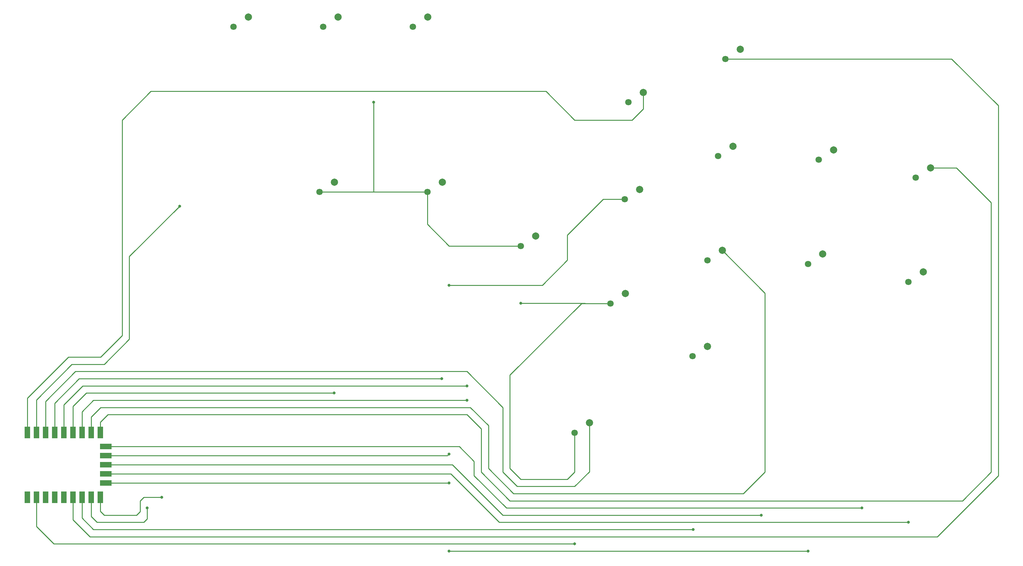
<source format=gbr>
%TF.GenerationSoftware,KiCad,Pcbnew,7.0.7*%
%TF.CreationDate,2023-09-16T00:44:09+09:00*%
%TF.ProjectId,StickLess,53746963-6b4c-4657-9373-2e6b69636164,rev?*%
%TF.SameCoordinates,Original*%
%TF.FileFunction,Copper,L1,Top*%
%TF.FilePolarity,Positive*%
%FSLAX46Y46*%
G04 Gerber Fmt 4.6, Leading zero omitted, Abs format (unit mm)*
G04 Created by KiCad (PCBNEW 7.0.7) date 2023-09-16 00:44:09*
%MOMM*%
%LPD*%
G01*
G04 APERTURE LIST*
%TA.AperFunction,SMDPad,CuDef*%
%ADD10R,1.600000X3.200000*%
%TD*%
%TA.AperFunction,SMDPad,CuDef*%
%ADD11R,3.200000X1.600000*%
%TD*%
%TA.AperFunction,ComponentPad*%
%ADD12C,1.800000*%
%TD*%
%TA.AperFunction,ComponentPad*%
%ADD13C,2.000000*%
%TD*%
%TA.AperFunction,ViaPad*%
%ADD14C,0.800000*%
%TD*%
%TA.AperFunction,Conductor*%
%ADD15C,0.250000*%
%TD*%
G04 APERTURE END LIST*
D10*
%TO.P,RZ1,1,GP0*%
%TO.N,Net-(RZ1-GP0)*%
X2565000Y-141000000D03*
%TO.P,RZ1,2,GP1*%
%TO.N,Net-(RZ1-GP1)*%
X5105000Y-141000000D03*
%TO.P,RZ1,3,GP2*%
%TO.N,Net-(RZ1-GP2)*%
X7645000Y-141000000D03*
%TO.P,RZ1,4,GP3*%
%TO.N,Net-(RZ1-GP3)*%
X10185000Y-141000000D03*
%TO.P,RZ1,5,GP4*%
%TO.N,Net-(RZ1-GP4)*%
X12725000Y-141000000D03*
%TO.P,RZ1,6,GP5*%
%TO.N,Net-(RZ1-GP5)*%
X15265000Y-141000000D03*
%TO.P,RZ1,7,GP6*%
%TO.N,Net-(RZ1-GP6)*%
X17805000Y-141000000D03*
%TO.P,RZ1,8,GP7*%
%TO.N,Net-(RZ1-GP7)*%
X20345000Y-141000000D03*
%TO.P,RZ1,9,GP8*%
%TO.N,Net-(RZ1-GP8)*%
X22885000Y-141000000D03*
D11*
%TO.P,RZ1,10,GP9*%
%TO.N,Net-(RZ1-GP9)*%
X24475000Y-144920000D03*
%TO.P,RZ1,11,GP10*%
%TO.N,Net-(RZ1-GP10)*%
X24475000Y-147460000D03*
%TO.P,RZ1,12,GP11*%
%TO.N,Net-(RZ1-GP11)*%
X24475000Y-150000000D03*
%TO.P,RZ1,13,GP12*%
%TO.N,Net-(RZ1-GP12)*%
X24475000Y-152540000D03*
%TO.P,RZ1,14,GP13*%
%TO.N,Net-(RZ1-GP13)*%
X24475000Y-155080000D03*
D10*
%TO.P,RZ1,15,GP14*%
%TO.N,Net-(RZ1-GP14)*%
X22885000Y-159000000D03*
%TO.P,RZ1,16,GP15*%
%TO.N,Net-(RZ1-GP15)*%
X20345000Y-159000000D03*
%TO.P,RZ1,17,GP26*%
%TO.N,Net-(RZ1-GP26)*%
X17805000Y-159000000D03*
%TO.P,RZ1,18,GP27*%
%TO.N,Net-(RZ1-GP27)*%
X15265000Y-159000000D03*
%TO.P,RZ1,19,GP28*%
%TO.N,unconnected-(RZ1-GP28-Pad19)*%
X12725000Y-159000000D03*
%TO.P,RZ1,20,GP29*%
%TO.N,unconnected-(RZ1-GP29-Pad20)*%
X10185000Y-159000000D03*
%TO.P,RZ1,21,3V3*%
%TO.N,unconnected-(RZ1-3V3-Pad21)*%
X7645000Y-159000000D03*
%TO.P,RZ1,22,5V*%
%TO.N,unconnected-(RZ1-5V-Pad22)*%
X2565000Y-159000000D03*
%TO.P,RZ1,23,GND*%
%TO.N,Net-(RZ1-GND)*%
X5105000Y-159000000D03*
%TD*%
D12*
%TO.P,B1(A)1,1,1*%
%TO.N,Net-(RZ1-GND)*%
X165000000Y-105050000D03*
D13*
%TO.P,B1(A)1,2,2*%
%TO.N,Net-(RZ1-GP6)*%
X169130000Y-102300000D03*
%TD*%
D12*
%TO.P,LEFT1,1,1*%
%TO.N,Net-(RZ1-GND)*%
X84000000Y-74050000D03*
D13*
%TO.P,LEFT1,2,2*%
%TO.N,Net-(RZ1-GP5)*%
X88130000Y-71300000D03*
%TD*%
D12*
%TO.P,RIGHT1,1,1*%
%TO.N,Net-(RZ1-GND)*%
X140000000Y-89050000D03*
D13*
%TO.P,RIGHT1,2,2*%
%TO.N,Net-(RZ1-GP4)*%
X144130000Y-86300000D03*
%TD*%
D12*
%TO.P,L1(L)1,1,1*%
%TO.N,Net-(RZ1-GP13)*%
X220000000Y-94050000D03*
D13*
%TO.P,L1(L)1,2,2*%
%TO.N,Net-(RZ1-GND)*%
X224130000Y-91300000D03*
%TD*%
D12*
%TO.P,B2(B)1,1,1*%
%TO.N,Net-(RZ1-GND)*%
X192000000Y-93050000D03*
D13*
%TO.P,B2(B)1,2,2*%
%TO.N,Net-(RZ1-GP7)*%
X196130000Y-90300000D03*
%TD*%
D12*
%TO.P,S2(START)1,1,1*%
%TO.N,Net-(RZ1-GND)*%
X110000000Y-28050000D03*
D13*
%TO.P,S2(START)1,2,2*%
%TO.N,Net-(RZ1-GP1)*%
X114130000Y-25300000D03*
%TD*%
D12*
%TO.P,L2(LB)1,1,1*%
%TO.N,Net-(RZ1-GND)*%
X223010000Y-65050000D03*
D13*
%TO.P,L2(LB)1,2,2*%
%TO.N,Net-(RZ1-GP9)*%
X227140000Y-62300000D03*
%TD*%
D12*
%TO.P,DOWN1,1,1*%
%TO.N,Net-(RZ1-GND)*%
X114000000Y-74050000D03*
D13*
%TO.P,DOWN1,2,2*%
%TO.N,Net-(RZ1-GP3)*%
X118130000Y-71300000D03*
%TD*%
D12*
%TO.P,S1(BACK)1,1,1*%
%TO.N,Net-(RZ1-GND)*%
X170000000Y-49050000D03*
D13*
%TO.P,S1(BACK)1,2,2*%
%TO.N,Net-(RZ1-GP0)*%
X174130000Y-46300000D03*
%TD*%
D12*
%TO.P,A2(CAPTURE)1,1,1*%
%TO.N,Net-(RZ1-GP15)*%
X60000000Y-28050000D03*
D13*
%TO.P,A2(CAPTURE)1,2,2*%
%TO.N,Net-(RZ1-GND)*%
X64130000Y-25300000D03*
%TD*%
D12*
%TO.P,B4(Y)1,1,1*%
%TO.N,Net-(RZ1-GP11)*%
X195000000Y-64050000D03*
D13*
%TO.P,B4(Y)1,2,2*%
%TO.N,Net-(RZ1-GND)*%
X199130000Y-61300000D03*
%TD*%
D12*
%TO.P,UP1,1,1*%
%TO.N,Net-(RZ1-GND)*%
X155000000Y-141050000D03*
D13*
%TO.P,UP1,2,2*%
%TO.N,Net-(RZ1-GP2)*%
X159130000Y-138300000D03*
%TD*%
D12*
%TO.P,R3(RS)1,1,1*%
%TO.N,Net-(RZ1-GP27)*%
X197000000Y-37050000D03*
D13*
%TO.P,R3(RS)1,2,2*%
%TO.N,Net-(RZ1-GND)*%
X201130000Y-34300000D03*
%TD*%
D12*
%TO.P,R1(R)1,1,1*%
%TO.N,Net-(RZ1-GP12)*%
X248000000Y-99050000D03*
D13*
%TO.P,R1(R)1,2,2*%
%TO.N,Net-(RZ1-GND)*%
X252130000Y-96300000D03*
%TD*%
D12*
%TO.P,A1(GUIDE)1,1,1*%
%TO.N,Net-(RZ1-GP14)*%
X85000000Y-28050000D03*
D13*
%TO.P,A1(GUIDE)1,2,2*%
%TO.N,Net-(RZ1-GND)*%
X89130000Y-25300000D03*
%TD*%
D12*
%TO.P,L3(LS)1,1,1*%
%TO.N,Net-(RZ1-GP26)*%
X187870000Y-119750000D03*
D13*
%TO.P,L3(LS)1,2,2*%
%TO.N,Net-(RZ1-GND)*%
X192000000Y-117000000D03*
%TD*%
D12*
%TO.P,R2(RB)1,1,1*%
%TO.N,Net-(RZ1-GND)*%
X250000000Y-70050000D03*
D13*
%TO.P,R2(RB)1,2,2*%
%TO.N,Net-(RZ1-GP8)*%
X254130000Y-67300000D03*
%TD*%
D12*
%TO.P,B3(X)1,1,1*%
%TO.N,Net-(RZ1-GP10)*%
X169000000Y-76050000D03*
D13*
%TO.P,B3(X)1,2,2*%
%TO.N,Net-(RZ1-GND)*%
X173130000Y-73300000D03*
%TD*%
D14*
%TO.N,Net-(RZ1-GP14)*%
X40000000Y-159000000D03*
%TO.N,Net-(RZ1-GND)*%
X140000000Y-105000000D03*
X155000000Y-172000000D03*
X99000000Y-49000000D03*
%TO.N,Net-(RZ1-GP15)*%
X36000000Y-162000000D03*
%TO.N,Net-(RZ1-GP6)*%
X125000000Y-132000000D03*
%TO.N,Net-(RZ1-GP10)*%
X120000000Y-100000000D03*
X120000000Y-147000000D03*
%TO.N,Net-(RZ1-GP11)*%
X207000000Y-164000000D03*
%TO.N,Net-(RZ1-GP3)*%
X118000000Y-126000000D03*
%TO.N,Net-(RZ1-GP13)*%
X120000000Y-174000000D03*
X120000000Y-155000000D03*
X220000000Y-174000000D03*
%TO.N,Net-(RZ1-GP9)*%
X235000000Y-162000000D03*
%TO.N,Net-(RZ1-GP26)*%
X188000000Y-168000000D03*
%TO.N,Net-(RZ1-GP5)*%
X88000000Y-130000000D03*
%TO.N,Net-(RZ1-GP12)*%
X248000000Y-166000000D03*
%TO.N,Net-(RZ1-GP4)*%
X125000000Y-128000000D03*
%TO.N,Net-(RZ1-GP1)*%
X45000000Y-78000000D03*
%TD*%
D15*
%TO.N,Net-(RZ1-GP14)*%
X34000000Y-163000000D02*
X34000000Y-160000000D01*
X24000000Y-164000000D02*
X33000000Y-164000000D01*
X35000000Y-159000000D02*
X40000000Y-159000000D01*
X34000000Y-160000000D02*
X35000000Y-159000000D01*
X22885000Y-162885000D02*
X24000000Y-164000000D01*
X33000000Y-164000000D02*
X34000000Y-163000000D01*
X22885000Y-159000000D02*
X22885000Y-162885000D01*
%TO.N,Net-(RZ1-GND)*%
X140000000Y-154000000D02*
X137000000Y-151000000D01*
X5105000Y-159000000D02*
X5105000Y-167105000D01*
X10000000Y-172000000D02*
X155000000Y-172000000D01*
X5105000Y-167105000D02*
X10000000Y-172000000D01*
X157050000Y-105050000D02*
X158000000Y-105050000D01*
X114000000Y-83000000D02*
X120050000Y-89050000D01*
X99000000Y-49000000D02*
X99000000Y-74050000D01*
X157950000Y-105000000D02*
X158000000Y-105050000D01*
X155000000Y-141050000D02*
X155000000Y-152000000D01*
X114000000Y-74050000D02*
X99000000Y-74050000D01*
X99000000Y-74050000D02*
X84000000Y-74050000D01*
X153000000Y-154000000D02*
X140000000Y-154000000D01*
X120050000Y-89050000D02*
X140000000Y-89050000D01*
X137000000Y-125000000D02*
X157000000Y-105000000D01*
X155000000Y-152000000D02*
X153000000Y-154000000D01*
X158000000Y-105050000D02*
X165000000Y-105050000D01*
X140000000Y-105000000D02*
X157950000Y-105000000D01*
X157000000Y-105000000D02*
X157050000Y-105050000D01*
X137000000Y-151000000D02*
X137000000Y-125000000D01*
X114000000Y-74050000D02*
X114000000Y-83000000D01*
%TO.N,Net-(RZ1-GP15)*%
X36000000Y-165000000D02*
X36000000Y-162000000D01*
X35000000Y-166000000D02*
X36000000Y-165000000D01*
X22000000Y-166000000D02*
X35000000Y-166000000D01*
X20345000Y-159000000D02*
X20345000Y-164345000D01*
X20345000Y-164345000D02*
X22000000Y-166000000D01*
%TO.N,Net-(RZ1-GP6)*%
X21000000Y-132000000D02*
X17805000Y-135195000D01*
X125000000Y-132000000D02*
X21000000Y-132000000D01*
X17805000Y-135195000D02*
X17805000Y-141000000D01*
%TO.N,Net-(RZ1-GP7)*%
X208000000Y-102170000D02*
X196130000Y-90300000D01*
X202000000Y-158000000D02*
X208000000Y-152000000D01*
X23000000Y-134000000D02*
X126000000Y-134000000D01*
X20345000Y-136655000D02*
X23000000Y-134000000D01*
X138000000Y-158000000D02*
X202000000Y-158000000D01*
X208000000Y-152000000D02*
X208000000Y-102170000D01*
X131000000Y-151000000D02*
X138000000Y-158000000D01*
X131000000Y-139000000D02*
X131000000Y-151000000D01*
X126000000Y-134000000D02*
X131000000Y-139000000D01*
X20345000Y-141000000D02*
X20345000Y-136655000D01*
%TO.N,Net-(RZ1-GP10)*%
X162950000Y-76050000D02*
X169000000Y-76050000D01*
X153000000Y-86000000D02*
X162950000Y-76050000D01*
X146000000Y-100000000D02*
X153000000Y-93000000D01*
X153000000Y-93000000D02*
X153000000Y-86000000D01*
X120000000Y-100000000D02*
X146000000Y-100000000D01*
X119540000Y-147460000D02*
X120000000Y-147000000D01*
X24475000Y-147460000D02*
X119540000Y-147460000D01*
%TO.N,Net-(RZ1-GP11)*%
X24475000Y-150000000D02*
X121000000Y-150000000D01*
X121000000Y-150000000D02*
X135000000Y-164000000D01*
X135000000Y-164000000D02*
X207000000Y-164000000D01*
%TO.N,Net-(RZ1-GP3)*%
X10185000Y-141000000D02*
X10185000Y-132815000D01*
X17000000Y-126000000D02*
X118000000Y-126000000D01*
X10185000Y-132815000D02*
X17000000Y-126000000D01*
%TO.N,Net-(RZ1-GP13)*%
X24475000Y-155080000D02*
X119920000Y-155080000D01*
X119920000Y-155080000D02*
X120000000Y-155000000D01*
X120000000Y-174000000D02*
X220000000Y-174000000D01*
%TO.N,Net-(RZ1-GP9)*%
X127000000Y-149000000D02*
X127000000Y-153000000D01*
X136000000Y-162000000D02*
X235000000Y-162000000D01*
X122920000Y-144920000D02*
X127000000Y-149000000D01*
X24475000Y-144920000D02*
X122920000Y-144920000D01*
X127000000Y-153000000D02*
X136000000Y-162000000D01*
%TO.N,Net-(RZ1-GP26)*%
X21000000Y-168000000D02*
X188000000Y-168000000D01*
X17805000Y-159000000D02*
X17805000Y-164805000D01*
X17805000Y-164805000D02*
X21000000Y-168000000D01*
%TO.N,Net-(RZ1-GP5)*%
X15265000Y-133735000D02*
X15265000Y-141000000D01*
X19000000Y-130000000D02*
X15265000Y-133735000D01*
X88000000Y-130000000D02*
X19000000Y-130000000D01*
%TO.N,Net-(RZ1-GP12)*%
X24475000Y-152540000D02*
X120540000Y-152540000D01*
X134000000Y-166000000D02*
X248000000Y-166000000D01*
X120540000Y-152540000D02*
X134000000Y-166000000D01*
%TO.N,Net-(RZ1-GP8)*%
X129000000Y-140000000D02*
X129000000Y-152000000D01*
X271000000Y-77000000D02*
X261300000Y-67300000D01*
X271000000Y-152000000D02*
X271000000Y-77000000D01*
X129000000Y-152000000D02*
X137000000Y-160000000D01*
X261300000Y-67300000D02*
X254130000Y-67300000D01*
X22885000Y-138115000D02*
X25000000Y-136000000D01*
X263000000Y-160000000D02*
X271000000Y-152000000D01*
X25000000Y-136000000D02*
X125000000Y-136000000D01*
X125000000Y-136000000D02*
X129000000Y-140000000D01*
X137000000Y-160000000D02*
X263000000Y-160000000D01*
X22885000Y-141000000D02*
X22885000Y-138115000D01*
%TO.N,Net-(RZ1-GP27)*%
X260000000Y-37000000D02*
X259950000Y-37050000D01*
X20000000Y-170000000D02*
X256000000Y-170000000D01*
X15265000Y-159000000D02*
X15265000Y-165265000D01*
X256000000Y-170000000D02*
X273000000Y-153000000D01*
X15265000Y-165265000D02*
X20000000Y-170000000D01*
X273000000Y-50000000D02*
X260000000Y-37000000D01*
X259950000Y-37050000D02*
X197000000Y-37050000D01*
X273000000Y-153000000D02*
X273000000Y-50000000D01*
%TO.N,Net-(RZ1-GP4)*%
X12725000Y-141000000D02*
X12725000Y-133275000D01*
X18000000Y-128000000D02*
X125000000Y-128000000D01*
X12725000Y-133275000D02*
X18000000Y-128000000D01*
%TO.N,Net-(RZ1-GP0)*%
X14000000Y-120000000D02*
X23000000Y-120000000D01*
X2565000Y-141000000D02*
X2565000Y-131435000D01*
X147000000Y-46000000D02*
X155000000Y-54000000D01*
X171000000Y-54000000D02*
X174130000Y-50870000D01*
X29000000Y-114000000D02*
X29000000Y-54000000D01*
X2565000Y-131435000D02*
X14000000Y-120000000D01*
X29000000Y-54000000D02*
X37000000Y-46000000D01*
X23000000Y-120000000D02*
X29000000Y-114000000D01*
X37000000Y-46000000D02*
X147000000Y-46000000D01*
X155000000Y-54000000D02*
X171000000Y-54000000D01*
X174130000Y-50870000D02*
X174130000Y-46300000D01*
%TO.N,Net-(RZ1-GP1)*%
X31000000Y-92000000D02*
X31000000Y-115000000D01*
X5105000Y-131895000D02*
X5105000Y-141000000D01*
X31000000Y-115000000D02*
X24000000Y-122000000D01*
X45000000Y-78000000D02*
X31000000Y-92000000D01*
X15000000Y-122000000D02*
X5105000Y-131895000D01*
X24000000Y-122000000D02*
X15000000Y-122000000D01*
%TO.N,Net-(RZ1-GP2)*%
X155000000Y-156000000D02*
X159130000Y-151870000D01*
X16000000Y-124000000D02*
X125000000Y-124000000D01*
X7645000Y-141000000D02*
X7645000Y-132355000D01*
X7645000Y-132355000D02*
X16000000Y-124000000D01*
X159130000Y-151870000D02*
X159130000Y-138300000D01*
X125000000Y-124000000D02*
X135000000Y-134000000D01*
X139000000Y-156000000D02*
X155000000Y-156000000D01*
X135000000Y-152000000D02*
X139000000Y-156000000D01*
X135000000Y-134000000D02*
X135000000Y-152000000D01*
%TD*%
M02*

</source>
